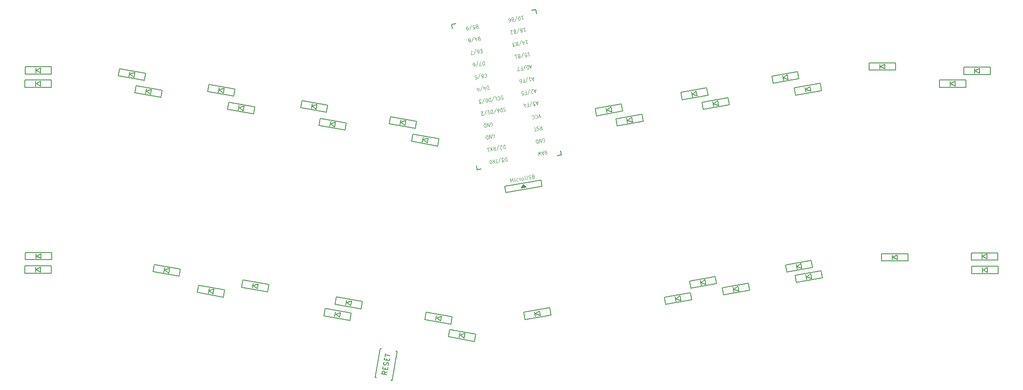
<source format=gbr>
%TF.GenerationSoftware,KiCad,Pcbnew,(5.1.6-0-10_14)*%
%TF.CreationDate,2023-03-04T09:30:32+09:00*%
%TF.ProjectId,C-13XPCB,432d3133-5850-4434-922e-6b696361645f,rev?*%
%TF.SameCoordinates,Original*%
%TF.FileFunction,Legend,Top*%
%TF.FilePolarity,Positive*%
%FSLAX46Y46*%
G04 Gerber Fmt 4.6, Leading zero omitted, Abs format (unit mm)*
G04 Created by KiCad (PCBNEW (5.1.6-0-10_14)) date 2023-03-04 09:30:32*
%MOMM*%
%LPD*%
G01*
G04 APERTURE LIST*
%ADD10C,0.150000*%
%ADD11C,0.120000*%
%ADD12C,0.125000*%
G04 APERTURE END LIST*
D10*
%TO.C,D20*%
X136138745Y-18077456D02*
X136399217Y-16600244D01*
X130820783Y-17139756D02*
X136138745Y-18077456D01*
X131081255Y-15662544D02*
X130820783Y-17139756D01*
X136399217Y-16600244D02*
X131081255Y-15662544D01*
X133204420Y-16290772D02*
X133030772Y-17275580D01*
X134015580Y-17449228D02*
X133216077Y-16800541D01*
X134189228Y-16464420D02*
X134015580Y-17449228D01*
X133216077Y-16800541D02*
X134189228Y-16464420D01*
%TO.C,D1*%
X46450000Y37340000D02*
X47350000Y37840000D01*
X47350000Y37840000D02*
X47350000Y36840000D01*
X47350000Y36840000D02*
X46450000Y37340000D01*
X46350000Y37840000D02*
X46350000Y36840000D01*
X49550000Y38090000D02*
X44150000Y38090000D01*
X44150000Y38090000D02*
X44150000Y36590000D01*
X44150000Y36590000D02*
X49550000Y36590000D01*
X49550000Y36590000D02*
X49550000Y38090000D01*
%TO.C,D2*%
X49540000Y33850000D02*
X49540000Y35350000D01*
X44140000Y33850000D02*
X49540000Y33850000D01*
X44140000Y35350000D02*
X44140000Y33850000D01*
X49540000Y35350000D02*
X44140000Y35350000D01*
X46340000Y35100000D02*
X46340000Y34100000D01*
X47340000Y34100000D02*
X46440000Y34600000D01*
X47340000Y35100000D02*
X47340000Y34100000D01*
X46440000Y34600000D02*
X47340000Y35100000D01*
%TO.C,D3*%
X49610000Y-1390000D02*
X49610000Y110000D01*
X44210000Y-1390000D02*
X49610000Y-1390000D01*
X44210000Y110000D02*
X44210000Y-1390000D01*
X49610000Y110000D02*
X44210000Y110000D01*
X46410000Y-140000D02*
X46410000Y-1140000D01*
X47410000Y-1140000D02*
X46510000Y-640000D01*
X47410000Y-140000D02*
X47410000Y-1140000D01*
X46510000Y-640000D02*
X47410000Y-140000D01*
%TO.C,D4*%
X49480000Y-4140000D02*
X49480000Y-2640000D01*
X44080000Y-4140000D02*
X49480000Y-4140000D01*
X44080000Y-2640000D02*
X44080000Y-4140000D01*
X49480000Y-2640000D02*
X44080000Y-2640000D01*
X46280000Y-2890000D02*
X46280000Y-3890000D01*
X47280000Y-3890000D02*
X46380000Y-3390000D01*
X47280000Y-2890000D02*
X47280000Y-3890000D01*
X46380000Y-3390000D02*
X47280000Y-2890000D01*
%TO.C,D5*%
X68538745Y35292544D02*
X68799217Y36769756D01*
X63220783Y36230244D02*
X68538745Y35292544D01*
X63481255Y37707456D02*
X63220783Y36230244D01*
X68799217Y36769756D02*
X63481255Y37707456D01*
X65604420Y37079228D02*
X65430772Y36094420D01*
X66415580Y35920772D02*
X65616077Y36569459D01*
X66589228Y36905580D02*
X66415580Y35920772D01*
X65616077Y36569459D02*
X66589228Y36905580D01*
%TO.C,D6*%
X71928745Y31802544D02*
X72189217Y33279756D01*
X66610783Y32740244D02*
X71928745Y31802544D01*
X66871255Y34217456D02*
X66610783Y32740244D01*
X72189217Y33279756D02*
X66871255Y34217456D01*
X68994420Y33589228D02*
X68820772Y32604420D01*
X69805580Y32430772D02*
X69006077Y33079459D01*
X69979228Y33415580D02*
X69805580Y32430772D01*
X69006077Y33079459D02*
X69979228Y33415580D01*
%TO.C,D7*%
X75678745Y-4767456D02*
X75939217Y-3290244D01*
X70360783Y-3829756D02*
X75678745Y-4767456D01*
X70621255Y-2352544D02*
X70360783Y-3829756D01*
X75939217Y-3290244D02*
X70621255Y-2352544D01*
X72744420Y-2980772D02*
X72570772Y-3965580D01*
X73555580Y-4139228D02*
X72756077Y-3490541D01*
X73729228Y-3154420D02*
X73555580Y-4139228D01*
X72756077Y-3490541D02*
X73729228Y-3154420D01*
%TO.C,D8*%
X84758745Y-9017456D02*
X85019217Y-7540244D01*
X79440783Y-8079756D02*
X84758745Y-9017456D01*
X79701255Y-6602544D02*
X79440783Y-8079756D01*
X85019217Y-7540244D02*
X79701255Y-6602544D01*
X81824420Y-7230772D02*
X81650772Y-8215580D01*
X82635580Y-8389228D02*
X81836077Y-7740541D01*
X82809228Y-7404420D02*
X82635580Y-8389228D01*
X81836077Y-7740541D02*
X82809228Y-7404420D01*
%TO.C,D9*%
X86828745Y32062544D02*
X87089217Y33539756D01*
X81510783Y33000244D02*
X86828745Y32062544D01*
X81771255Y34477456D02*
X81510783Y33000244D01*
X87089217Y33539756D02*
X81771255Y34477456D01*
X83894420Y33849228D02*
X83720772Y32864420D01*
X84705580Y32690772D02*
X83906077Y33339459D01*
X84879228Y33675580D02*
X84705580Y32690772D01*
X83906077Y33339459D02*
X84879228Y33675580D01*
%TO.C,D10*%
X90928745Y28422544D02*
X91189217Y29899756D01*
X85610783Y29360244D02*
X90928745Y28422544D01*
X85871255Y30837456D02*
X85610783Y29360244D01*
X91189217Y29899756D02*
X85871255Y30837456D01*
X87994420Y30209228D02*
X87820772Y29224420D01*
X88805580Y29050772D02*
X88006077Y29699459D01*
X88979228Y30035580D02*
X88805580Y29050772D01*
X88006077Y29699459D02*
X88979228Y30035580D01*
%TO.C,D11*%
X93788745Y-7937456D02*
X94049217Y-6460244D01*
X88470783Y-6999756D02*
X93788745Y-7937456D01*
X88731255Y-5522544D02*
X88470783Y-6999756D01*
X94049217Y-6460244D02*
X88731255Y-5522544D01*
X90854420Y-6150772D02*
X90680772Y-7135580D01*
X91665580Y-7309228D02*
X90866077Y-6660541D01*
X91839228Y-6324420D02*
X91665580Y-7309228D01*
X90866077Y-6660541D02*
X91839228Y-6324420D01*
%TO.C,D13*%
X105848745Y28772544D02*
X106109217Y30249756D01*
X100530783Y29710244D02*
X105848745Y28772544D01*
X100791255Y31187456D02*
X100530783Y29710244D01*
X106109217Y30249756D02*
X100791255Y31187456D01*
X102914420Y30559228D02*
X102740772Y29574420D01*
X103725580Y29400772D02*
X102926077Y30049459D01*
X103899228Y30385580D02*
X103725580Y29400772D01*
X102926077Y30049459D02*
X103899228Y30385580D01*
%TO.C,D14*%
X109648745Y25112544D02*
X109909217Y26589756D01*
X104330783Y26050244D02*
X109648745Y25112544D01*
X104591255Y27527456D02*
X104330783Y26050244D01*
X109909217Y26589756D02*
X104591255Y27527456D01*
X106714420Y26899228D02*
X106540772Y25914420D01*
X107525580Y25740772D02*
X106726077Y26389459D01*
X107699228Y26725580D02*
X107525580Y25740772D01*
X106726077Y26389459D02*
X107699228Y26725580D01*
%TO.C,D15*%
X112908745Y-11397456D02*
X113169217Y-9920244D01*
X107590783Y-10459756D02*
X112908745Y-11397456D01*
X107851255Y-8982544D02*
X107590783Y-10459756D01*
X113169217Y-9920244D02*
X107851255Y-8982544D01*
X109974420Y-9610772D02*
X109800772Y-10595580D01*
X110785580Y-10769228D02*
X109986077Y-10120541D01*
X110959228Y-9784420D02*
X110785580Y-10769228D01*
X109986077Y-10120541D02*
X110959228Y-9784420D01*
%TO.C,D16*%
X110658745Y-13787456D02*
X110919217Y-12310244D01*
X105340783Y-12849756D02*
X110658745Y-13787456D01*
X105601255Y-11372544D02*
X105340783Y-12849756D01*
X110919217Y-12310244D02*
X105601255Y-11372544D01*
X107724420Y-12000772D02*
X107550772Y-12985580D01*
X108535580Y-13159228D02*
X107736077Y-12510541D01*
X108709228Y-12174420D02*
X108535580Y-13159228D01*
X107736077Y-12510541D02*
X108709228Y-12174420D01*
%TO.C,D17*%
X124008745Y25482544D02*
X124269217Y26959756D01*
X118690783Y26420244D02*
X124008745Y25482544D01*
X118951255Y27897456D02*
X118690783Y26420244D01*
X124269217Y26959756D02*
X118951255Y27897456D01*
X121074420Y27269228D02*
X120900772Y26284420D01*
X121885580Y26110772D02*
X121086077Y26759459D01*
X122059228Y27095580D02*
X121885580Y26110772D01*
X121086077Y26759459D02*
X122059228Y27095580D01*
%TO.C,D18*%
X128568745Y21882544D02*
X128829217Y23359756D01*
X123250783Y22820244D02*
X128568745Y21882544D01*
X123511255Y24297456D02*
X123250783Y22820244D01*
X128829217Y23359756D02*
X123511255Y24297456D01*
X125634420Y23669228D02*
X125460772Y22684420D01*
X126445580Y22510772D02*
X125646077Y23159459D01*
X126619228Y23495580D02*
X126445580Y22510772D01*
X125646077Y23159459D02*
X126619228Y23495580D01*
%TO.C,D19*%
X131308745Y-14547456D02*
X131569217Y-13070244D01*
X125990783Y-13609756D02*
X131308745Y-14547456D01*
X126251255Y-12132544D02*
X125990783Y-13609756D01*
X131569217Y-13070244D02*
X126251255Y-12132544D01*
X128374420Y-12760772D02*
X128200772Y-13745580D01*
X129185580Y-13919228D02*
X128386077Y-13270541D01*
X129359228Y-12934420D02*
X129185580Y-13919228D01*
X128386077Y-13270541D02*
X129359228Y-12934420D01*
%TO.C,D21*%
X166439217Y29000244D02*
X166178745Y30477456D01*
X161121255Y28062544D02*
X166439217Y29000244D01*
X160860783Y29539756D02*
X161121255Y28062544D01*
X166178745Y30477456D02*
X160860783Y29539756D01*
X163070772Y29675580D02*
X163244420Y28690772D01*
X164229228Y28864420D02*
X163256077Y29200541D01*
X164055580Y29849228D02*
X164229228Y28864420D01*
X163256077Y29200541D02*
X164055580Y29849228D01*
%TO.C,D22*%
X167486077Y27110541D02*
X168285580Y27759228D01*
X168285580Y27759228D02*
X168459228Y26774420D01*
X168459228Y26774420D02*
X167486077Y27110541D01*
X167300772Y27585580D02*
X167474420Y26600772D01*
X170408745Y28387456D02*
X165090783Y27449756D01*
X165090783Y27449756D02*
X165351255Y25972544D01*
X165351255Y25972544D02*
X170669217Y26910244D01*
X170669217Y26910244D02*
X170408745Y28387456D01*
%TO.C,D23*%
X148616077Y-12459459D02*
X149415580Y-11810772D01*
X149415580Y-11810772D02*
X149589228Y-12795580D01*
X149589228Y-12795580D02*
X148616077Y-12459459D01*
X148430772Y-11984420D02*
X148604420Y-12969228D01*
X151538745Y-11182544D02*
X146220783Y-12120244D01*
X146220783Y-12120244D02*
X146481255Y-13597456D01*
X146481255Y-13597456D02*
X151799217Y-12659756D01*
X151799217Y-12659756D02*
X151538745Y-11182544D01*
%TO.C,D24*%
X177376077Y-9399459D02*
X178175580Y-8750772D01*
X178175580Y-8750772D02*
X178349228Y-9735580D01*
X178349228Y-9735580D02*
X177376077Y-9399459D01*
X177190772Y-8924420D02*
X177364420Y-9909228D01*
X180298745Y-8122544D02*
X174980783Y-9060244D01*
X174980783Y-9060244D02*
X175241255Y-10537456D01*
X175241255Y-10537456D02*
X180559217Y-9599756D01*
X180559217Y-9599756D02*
X180298745Y-8122544D01*
%TO.C,D25*%
X180746077Y32470541D02*
X181545580Y33119228D01*
X181545580Y33119228D02*
X181719228Y32134420D01*
X181719228Y32134420D02*
X180746077Y32470541D01*
X180560772Y32945580D02*
X180734420Y31960772D01*
X183668745Y33747456D02*
X178350783Y32809756D01*
X178350783Y32809756D02*
X178611255Y31332544D01*
X178611255Y31332544D02*
X183929217Y32270244D01*
X183929217Y32270244D02*
X183668745Y33747456D01*
%TO.C,D26*%
X185096077Y30500541D02*
X185895580Y31149228D01*
X185895580Y31149228D02*
X186069228Y30164420D01*
X186069228Y30164420D02*
X185096077Y30500541D01*
X184910772Y30975580D02*
X185084420Y29990772D01*
X188018745Y31777456D02*
X182700783Y30839756D01*
X182700783Y30839756D02*
X182961255Y29362544D01*
X182961255Y29362544D02*
X188279217Y30300244D01*
X188279217Y30300244D02*
X188018745Y31777456D01*
%TO.C,D27*%
X182516077Y-6079459D02*
X183315580Y-5430772D01*
X183315580Y-5430772D02*
X183489228Y-6415580D01*
X183489228Y-6415580D02*
X182516077Y-6079459D01*
X182330772Y-5604420D02*
X182504420Y-6589228D01*
X185438745Y-4802544D02*
X180120783Y-5740244D01*
X180120783Y-5740244D02*
X180381255Y-7217456D01*
X180381255Y-7217456D02*
X185699217Y-6279756D01*
X185699217Y-6279756D02*
X185438745Y-4802544D01*
%TO.C,D28*%
X189246077Y-7419459D02*
X190045580Y-6770772D01*
X190045580Y-6770772D02*
X190219228Y-7755580D01*
X190219228Y-7755580D02*
X189246077Y-7419459D01*
X189060772Y-6944420D02*
X189234420Y-7929228D01*
X192168745Y-6142544D02*
X186850783Y-7080244D01*
X186850783Y-7080244D02*
X187111255Y-8557456D01*
X187111255Y-8557456D02*
X192429217Y-7619756D01*
X192429217Y-7619756D02*
X192168745Y-6142544D01*
%TO.C,D29*%
X199366077Y35840541D02*
X200165580Y36489228D01*
X200165580Y36489228D02*
X200339228Y35504420D01*
X200339228Y35504420D02*
X199366077Y35840541D01*
X199180772Y36315580D02*
X199354420Y35330772D01*
X202288745Y37117456D02*
X196970783Y36179756D01*
X196970783Y36179756D02*
X197231255Y34702544D01*
X197231255Y34702544D02*
X202549217Y35640244D01*
X202549217Y35640244D02*
X202288745Y37117456D01*
%TO.C,D30*%
X203976077Y33430541D02*
X204775580Y34079228D01*
X204775580Y34079228D02*
X204949228Y33094420D01*
X204949228Y33094420D02*
X203976077Y33430541D01*
X203790772Y33905580D02*
X203964420Y32920772D01*
X206898745Y34707456D02*
X201580783Y33769756D01*
X201580783Y33769756D02*
X201841255Y32292544D01*
X201841255Y32292544D02*
X207159217Y33230244D01*
X207159217Y33230244D02*
X206898745Y34707456D01*
%TO.C,D31*%
X202156077Y-2759459D02*
X202955580Y-2110772D01*
X202955580Y-2110772D02*
X203129228Y-3095580D01*
X203129228Y-3095580D02*
X202156077Y-2759459D01*
X201970772Y-2284420D02*
X202144420Y-3269228D01*
X205078745Y-1482544D02*
X199760783Y-2420244D01*
X199760783Y-2420244D02*
X200021255Y-3897456D01*
X200021255Y-3897456D02*
X205339217Y-2959756D01*
X205339217Y-2959756D02*
X205078745Y-1482544D01*
%TO.C,D32*%
X204156077Y-4879459D02*
X204955580Y-4230772D01*
X204955580Y-4230772D02*
X205129228Y-5215580D01*
X205129228Y-5215580D02*
X204156077Y-4879459D01*
X203970772Y-4404420D02*
X204144420Y-5389228D01*
X207078745Y-3602544D02*
X201760783Y-4540244D01*
X201760783Y-4540244D02*
X202021255Y-6017456D01*
X202021255Y-6017456D02*
X207339217Y-5079756D01*
X207339217Y-5079756D02*
X207078745Y-3602544D01*
%TO.C,D33*%
X219220000Y38140000D02*
X220120000Y38640000D01*
X220120000Y38640000D02*
X220120000Y37640000D01*
X220120000Y37640000D02*
X219220000Y38140000D01*
X219120000Y38640000D02*
X219120000Y37640000D01*
X222320000Y38890000D02*
X216920000Y38890000D01*
X216920000Y38890000D02*
X216920000Y37390000D01*
X216920000Y37390000D02*
X222320000Y37390000D01*
X222320000Y37390000D02*
X222320000Y38890000D01*
%TO.C,D34*%
X233610000Y34630000D02*
X234510000Y35130000D01*
X234510000Y35130000D02*
X234510000Y34130000D01*
X234510000Y34130000D02*
X233610000Y34630000D01*
X233510000Y35130000D02*
X233510000Y34130000D01*
X236710000Y35380000D02*
X231310000Y35380000D01*
X231310000Y35380000D02*
X231310000Y33880000D01*
X231310000Y33880000D02*
X236710000Y33880000D01*
X236710000Y33880000D02*
X236710000Y35380000D01*
%TO.C,D35*%
X221730000Y-880000D02*
X222630000Y-380000D01*
X222630000Y-380000D02*
X222630000Y-1380000D01*
X222630000Y-1380000D02*
X221730000Y-880000D01*
X221630000Y-380000D02*
X221630000Y-1380000D01*
X224830000Y-130000D02*
X219430000Y-130000D01*
X219430000Y-130000D02*
X219430000Y-1630000D01*
X219430000Y-1630000D02*
X224830000Y-1630000D01*
X224830000Y-1630000D02*
X224830000Y-130000D01*
%TO.C,D37*%
X238620000Y37240000D02*
X239520000Y37740000D01*
X239520000Y37740000D02*
X239520000Y36740000D01*
X239520000Y36740000D02*
X238620000Y37240000D01*
X238520000Y37740000D02*
X238520000Y36740000D01*
X241720000Y37990000D02*
X236320000Y37990000D01*
X236320000Y37990000D02*
X236320000Y36490000D01*
X236320000Y36490000D02*
X241720000Y36490000D01*
X241720000Y36490000D02*
X241720000Y37990000D01*
%TO.C,D39*%
X240120000Y-710000D02*
X241020000Y-210000D01*
X241020000Y-210000D02*
X241020000Y-1210000D01*
X241020000Y-1210000D02*
X240120000Y-710000D01*
X240020000Y-210000D02*
X240020000Y-1210000D01*
X243220000Y40000D02*
X237820000Y40000D01*
X237820000Y40000D02*
X237820000Y-1460000D01*
X237820000Y-1460000D02*
X243220000Y-1460000D01*
X243220000Y-1460000D02*
X243220000Y40000D01*
%TO.C,D40*%
X240230000Y-3470000D02*
X241130000Y-2970000D01*
X241130000Y-2970000D02*
X241130000Y-3970000D01*
X241130000Y-3970000D02*
X240230000Y-3470000D01*
X240130000Y-2970000D02*
X240130000Y-3970000D01*
X243330000Y-2720000D02*
X237930000Y-2720000D01*
X237930000Y-2720000D02*
X237930000Y-4220000D01*
X237930000Y-4220000D02*
X243330000Y-4220000D01*
X243330000Y-4220000D02*
X243330000Y-2720000D01*
%TO.C,SW41*%
X119272469Y-26048308D02*
X120314358Y-20139461D01*
X120314358Y-20139461D02*
X120068156Y-20096049D01*
X119272469Y-26048308D02*
X119026267Y-26004896D01*
X115825642Y-25440539D02*
X116071844Y-25483951D01*
X115825642Y-25440539D02*
X116867531Y-19531692D01*
X116867531Y-19531692D02*
X117113733Y-19575104D01*
%TO.C,U1*%
X131437669Y46748772D02*
X132284603Y46898109D01*
X148671804Y49787615D02*
X147834718Y49640014D01*
X131585270Y45911685D02*
X131437669Y46748772D01*
X148828088Y48901288D02*
X148671804Y49787615D01*
X136681844Y17007577D02*
X137469690Y17146496D01*
X153915979Y20046421D02*
X153078893Y19898820D01*
X136681844Y17007577D02*
X136534243Y17844664D01*
X153915979Y20046421D02*
X153768378Y20883507D01*
X149964370Y13663256D02*
X149738628Y14943506D01*
X149738628Y14943506D02*
X142352570Y13641145D01*
X142352570Y13641145D02*
X142578312Y12360895D01*
X142578312Y12360895D02*
X149964370Y13663256D01*
X146702968Y13443582D02*
X145718161Y13269934D01*
X145718161Y13269934D02*
X146097693Y13996883D01*
X146097693Y13996883D02*
X146702968Y13443582D01*
X146529200Y13565256D02*
X145839835Y13443703D01*
X146404672Y13695613D02*
X145912268Y13608789D01*
X146280144Y13825969D02*
X145984702Y13773875D01*
%TO.C,SW41*%
X118263304Y-24298871D02*
X117736466Y-24544450D01*
X118164077Y-24861618D02*
X117179269Y-24687970D01*
X117245421Y-24312805D01*
X117308854Y-24227283D01*
X117364019Y-24188656D01*
X117466079Y-24158298D01*
X117606766Y-24183105D01*
X117692288Y-24246539D01*
X117730915Y-24301703D01*
X117761273Y-24403763D01*
X117695121Y-24778928D01*
X117821873Y-23785852D02*
X117879756Y-23457582D01*
X118420415Y-23407854D02*
X118337725Y-23876810D01*
X117352917Y-23703162D01*
X117435607Y-23234206D01*
X118439671Y-23024420D02*
X118511373Y-22892002D01*
X118552718Y-22657524D01*
X118522360Y-22555464D01*
X118483734Y-22500300D01*
X118398212Y-22436866D01*
X118304420Y-22420328D01*
X118202360Y-22450686D01*
X118147196Y-22489313D01*
X118083762Y-22574835D01*
X118003791Y-22754148D01*
X117940357Y-22839671D01*
X117885192Y-22878297D01*
X117783132Y-22908655D01*
X117689341Y-22892117D01*
X117603819Y-22828683D01*
X117565192Y-22773519D01*
X117534834Y-22671459D01*
X117576179Y-22436981D01*
X117647882Y-22304563D01*
X118144363Y-21956923D02*
X118202246Y-21628654D01*
X118742904Y-21578925D02*
X118660215Y-22047882D01*
X117675407Y-21874233D01*
X117758096Y-21405277D01*
X117807710Y-21123904D02*
X117906938Y-20561156D01*
X118842132Y-21016178D02*
X117857324Y-20842530D01*
%TO.C,U1*%
D11*
X143579527Y14477625D02*
X143449291Y15216231D01*
X143788519Y14732068D01*
X143941695Y15303055D01*
X144071931Y14564450D01*
X144423648Y14626467D02*
X144336824Y15118871D01*
X144293412Y15365073D02*
X144264442Y15323699D01*
X144305815Y15294729D01*
X144334785Y15336103D01*
X144293412Y15365073D01*
X144305815Y15294729D01*
X145085709Y14779471D02*
X145021567Y14731896D01*
X144880880Y14707089D01*
X144804335Y14729857D01*
X144762962Y14758827D01*
X144715386Y14822969D01*
X144678176Y15033999D01*
X144700944Y15110544D01*
X144729914Y15151918D01*
X144794056Y15199493D01*
X144934743Y15224300D01*
X145011288Y15201532D01*
X145408456Y14800115D02*
X145321632Y15292519D01*
X145346438Y15151832D02*
X145369207Y15228377D01*
X145398177Y15269751D01*
X145462318Y15317326D01*
X145532662Y15329729D01*
X145971203Y14899342D02*
X145894658Y14922111D01*
X145853284Y14951081D01*
X145805709Y15015222D01*
X145768499Y15226253D01*
X145791267Y15302798D01*
X145820237Y15344171D01*
X145884379Y15391746D01*
X145989894Y15410351D01*
X146066439Y15387583D01*
X146107813Y15358613D01*
X146155388Y15294472D01*
X146192598Y15083441D01*
X146169830Y15006896D01*
X146140860Y14965523D01*
X146076718Y14917948D01*
X145971203Y14899342D01*
X146403714Y15737176D02*
X146509143Y15139257D01*
X146556719Y15075115D01*
X146598092Y15046145D01*
X146674637Y15023377D01*
X146815324Y15048184D01*
X146879466Y15095759D01*
X146908436Y15137132D01*
X146931204Y15213677D01*
X146825775Y15811596D01*
X147266354Y15163978D02*
X147378071Y15147411D01*
X147553930Y15178420D01*
X147618071Y15225995D01*
X147647041Y15267368D01*
X147669810Y15343914D01*
X147657406Y15414257D01*
X147609831Y15478399D01*
X147568458Y15507369D01*
X147491913Y15530137D01*
X147345024Y15540502D01*
X147268479Y15563270D01*
X147227105Y15592240D01*
X147179530Y15656382D01*
X147167127Y15726725D01*
X147189895Y15803270D01*
X147218865Y15844644D01*
X147283007Y15892219D01*
X147458865Y15923227D01*
X147570582Y15906661D01*
X148189145Y15689343D02*
X148300862Y15672776D01*
X148342235Y15643807D01*
X148389810Y15579665D01*
X148408415Y15474150D01*
X148385647Y15397605D01*
X148356677Y15356231D01*
X148292536Y15308656D01*
X148011162Y15259042D01*
X147880926Y15997648D01*
X148127128Y16041060D01*
X148203673Y16018292D01*
X148245046Y15989322D01*
X148292621Y15925180D01*
X148305025Y15854837D01*
X148282257Y15778292D01*
X148253287Y15736918D01*
X148189145Y15689343D01*
X147942943Y15645931D01*
X143579527Y14477625D02*
X143449291Y15216231D01*
X143788519Y14732068D01*
X143941695Y15303055D01*
X144071931Y14564450D01*
X144423648Y14626467D02*
X144336824Y15118871D01*
X144293412Y15365073D02*
X144264442Y15323699D01*
X144305815Y15294729D01*
X144334785Y15336103D01*
X144293412Y15365073D01*
X144305815Y15294729D01*
X145085709Y14779471D02*
X145021567Y14731896D01*
X144880880Y14707089D01*
X144804335Y14729857D01*
X144762962Y14758827D01*
X144715386Y14822969D01*
X144678176Y15033999D01*
X144700944Y15110544D01*
X144729914Y15151918D01*
X144794056Y15199493D01*
X144934743Y15224300D01*
X145011288Y15201532D01*
X145408456Y14800115D02*
X145321632Y15292519D01*
X145346438Y15151832D02*
X145369207Y15228377D01*
X145398177Y15269751D01*
X145462318Y15317326D01*
X145532662Y15329729D01*
X145971203Y14899342D02*
X145894658Y14922111D01*
X145853284Y14951081D01*
X145805709Y15015222D01*
X145768499Y15226253D01*
X145791267Y15302798D01*
X145820237Y15344171D01*
X145884379Y15391746D01*
X145989894Y15410351D01*
X146066439Y15387583D01*
X146107813Y15358613D01*
X146155388Y15294472D01*
X146192598Y15083441D01*
X146169830Y15006896D01*
X146140860Y14965523D01*
X146076718Y14917948D01*
X145971203Y14899342D01*
X146403714Y15737176D02*
X146509143Y15139257D01*
X146556719Y15075115D01*
X146598092Y15046145D01*
X146674637Y15023377D01*
X146815324Y15048184D01*
X146879466Y15095759D01*
X146908436Y15137132D01*
X146931204Y15213677D01*
X146825775Y15811596D01*
X147266354Y15163978D02*
X147378071Y15147411D01*
X147553930Y15178420D01*
X147618071Y15225995D01*
X147647041Y15267368D01*
X147669810Y15343914D01*
X147657406Y15414257D01*
X147609831Y15478399D01*
X147568458Y15507369D01*
X147491913Y15530137D01*
X147345024Y15540502D01*
X147268479Y15563270D01*
X147227105Y15592240D01*
X147179530Y15656382D01*
X147167127Y15726725D01*
X147189895Y15803270D01*
X147218865Y15844644D01*
X147283007Y15892219D01*
X147458865Y15923227D01*
X147570582Y15906661D01*
X148189145Y15689343D02*
X148300862Y15672776D01*
X148342235Y15643807D01*
X148389810Y15579665D01*
X148408415Y15474150D01*
X148385647Y15397605D01*
X148356677Y15356231D01*
X148292536Y15308656D01*
X148011162Y15259042D01*
X147880926Y15997648D01*
X148127128Y16041060D01*
X148203673Y16018292D01*
X148245046Y15989322D01*
X148292621Y15925180D01*
X148305025Y15854837D01*
X148282257Y15778292D01*
X148253287Y15736918D01*
X148189145Y15689343D01*
X147942943Y15645931D01*
D12*
X137017273Y43819587D02*
X136916811Y43838138D01*
X136879189Y43867770D01*
X136835366Y43932573D01*
X136816760Y44038088D01*
X136835777Y44113971D01*
X136860995Y44154683D01*
X136917634Y44200936D01*
X137168994Y44245257D01*
X137299230Y43506651D01*
X137079290Y43467870D01*
X137010248Y43491961D01*
X136972626Y43521593D01*
X136928803Y43586396D01*
X136916399Y43656739D01*
X136935416Y43732623D01*
X136960634Y43773335D01*
X137017273Y43819587D01*
X137237213Y43858368D01*
X136313217Y43586647D02*
X136226393Y44079051D01*
X136519931Y43332975D02*
X136584005Y43888251D01*
X136175544Y43816228D01*
X135545909Y43161228D02*
X135944023Y44210588D01*
X135169691Y43457543D02*
X135238733Y43433452D01*
X135276355Y43403820D01*
X135320178Y43339017D01*
X135326380Y43303846D01*
X135307363Y43227962D01*
X135282145Y43187250D01*
X135225507Y43140998D01*
X135099826Y43118837D01*
X135030785Y43142928D01*
X134993163Y43172560D01*
X134949339Y43237363D01*
X134943138Y43272535D01*
X134962154Y43348418D01*
X134987373Y43389130D01*
X135044011Y43435382D01*
X135169691Y43457543D01*
X135226330Y43503795D01*
X135251548Y43544507D01*
X135270564Y43620391D01*
X135245758Y43761078D01*
X135201934Y43825881D01*
X135164312Y43855512D01*
X135095270Y43879604D01*
X134969590Y43857443D01*
X134912952Y43811191D01*
X134887734Y43770479D01*
X134868717Y43694595D01*
X134893524Y43553908D01*
X134937347Y43489105D01*
X134974969Y43459474D01*
X135044011Y43435382D01*
X142296563Y22099202D02*
X142426800Y21360597D01*
X142269699Y21332895D01*
X142169237Y21351447D01*
X142093994Y21410710D01*
X142050170Y21475513D01*
X141993943Y21610659D01*
X141975338Y21716175D01*
X141981951Y21862402D01*
X142000968Y21938285D01*
X142051405Y22019709D01*
X142139463Y22071501D01*
X142296563Y22099202D01*
X141785995Y21320136D02*
X141760777Y21279424D01*
X141704138Y21233172D01*
X141547038Y21205471D01*
X141477996Y21229562D01*
X141440374Y21259194D01*
X141396551Y21323997D01*
X141384147Y21394340D01*
X141396962Y21505396D01*
X141699582Y21993938D01*
X141291122Y21921916D01*
X140673478Y21015173D02*
X141071593Y22064533D01*
X139940059Y21683687D02*
X140222017Y21370751D01*
X140317100Y21750169D02*
X140447336Y21011564D01*
X140195975Y20967242D01*
X140126934Y20991333D01*
X140089312Y21020965D01*
X140045488Y21085768D01*
X140026883Y21191283D01*
X140045900Y21267167D01*
X140071118Y21307879D01*
X140127757Y21354131D01*
X140379117Y21398452D01*
X139850355Y20906300D02*
X139280238Y21567343D01*
X139410474Y20828737D02*
X139720119Y21644906D01*
X138683257Y21462079D02*
X139060298Y21528561D01*
X138871777Y21495320D02*
X139002013Y20756714D01*
X139046248Y20873310D01*
X139096685Y20954734D01*
X139153323Y21000986D01*
X136583153Y46281606D02*
X136482691Y46300157D01*
X136445069Y46329789D01*
X136401246Y46394592D01*
X136382640Y46500107D01*
X136401657Y46575990D01*
X136426875Y46616702D01*
X136483514Y46662955D01*
X136734874Y46707276D01*
X136865110Y45968670D01*
X136645170Y45929889D01*
X136576128Y45953980D01*
X136538506Y45983612D01*
X136494683Y46048415D01*
X136482279Y46118758D01*
X136501296Y46194642D01*
X136526514Y46235354D01*
X136583153Y46281606D01*
X136803093Y46320387D01*
X135891089Y45796924D02*
X136205289Y45852326D01*
X136174692Y46209583D01*
X136149474Y46168871D01*
X136092835Y46122619D01*
X135935735Y46094918D01*
X135866693Y46119010D01*
X135829071Y46148641D01*
X135785248Y46213444D01*
X135754239Y46389303D01*
X135773256Y46465186D01*
X135798474Y46505898D01*
X135855113Y46552150D01*
X136012213Y46579851D01*
X136081255Y46555760D01*
X136118877Y46526129D01*
X135111789Y45623247D02*
X135509903Y46672607D01*
X134723991Y46352703D02*
X134598310Y46330542D01*
X134541672Y46284290D01*
X134516454Y46243578D01*
X134472219Y46126983D01*
X134465606Y45980756D01*
X134515219Y45699382D01*
X134559043Y45634579D01*
X134596665Y45604947D01*
X134665706Y45580856D01*
X134791387Y45603017D01*
X134848025Y45649269D01*
X134873243Y45689981D01*
X134892260Y45765865D01*
X134861251Y45941723D01*
X134817428Y46006526D01*
X134779806Y46036158D01*
X134710764Y46060249D01*
X134585084Y46038088D01*
X134528446Y45991836D01*
X134503227Y45951124D01*
X134484211Y45875241D01*
X138132766Y36574652D02*
X138157984Y36615364D01*
X138246043Y36667157D01*
X138308883Y36678237D01*
X138409345Y36659686D01*
X138484588Y36600423D01*
X138528412Y36535620D01*
X138584639Y36400473D01*
X138603244Y36294958D01*
X138596631Y36148731D01*
X138577614Y36072847D01*
X138527177Y35991423D01*
X138439119Y35939631D01*
X138376279Y35928551D01*
X138275817Y35947102D01*
X138238195Y35976733D01*
X137685038Y35806666D02*
X137810718Y35828827D01*
X137867356Y35875079D01*
X137892575Y35915791D01*
X137936810Y36032387D01*
X137943423Y36178614D01*
X137893809Y36459987D01*
X137849985Y36524790D01*
X137812364Y36554422D01*
X137743322Y36578513D01*
X137617642Y36556352D01*
X137561003Y36510100D01*
X137535785Y36469388D01*
X137516768Y36393505D01*
X137547777Y36217646D01*
X137591600Y36152843D01*
X137629222Y36123212D01*
X137698264Y36099120D01*
X137823944Y36121281D01*
X137880583Y36167533D01*
X137905801Y36208245D01*
X137924818Y36284129D01*
X136874318Y35627449D02*
X137272432Y36676809D01*
X136333975Y35568437D02*
X136648176Y35623839D01*
X136617579Y35981097D01*
X136592360Y35940385D01*
X136535722Y35894133D01*
X136378622Y35866432D01*
X136309580Y35890523D01*
X136271958Y35920155D01*
X136228135Y35984958D01*
X136197126Y36160816D01*
X136216143Y36236700D01*
X136241361Y36277412D01*
X136297999Y36323664D01*
X136455100Y36351365D01*
X136524141Y36327274D01*
X136561763Y36297642D01*
X141899760Y32147236D02*
X141799298Y32165787D01*
X141642198Y32138086D01*
X141585560Y32091834D01*
X141560341Y32051122D01*
X141541325Y31975238D01*
X141553728Y31904895D01*
X141597552Y31840092D01*
X141635173Y31810460D01*
X141704215Y31786369D01*
X141836097Y31773358D01*
X141905139Y31749267D01*
X141942761Y31719635D01*
X141986584Y31654832D01*
X141998988Y31584489D01*
X141979971Y31508605D01*
X141954753Y31467893D01*
X141898114Y31421641D01*
X141741014Y31393940D01*
X141640552Y31412491D01*
X140869100Y31929237D02*
X140894318Y31969949D01*
X140982377Y32021742D01*
X141045217Y32032822D01*
X141145679Y32014271D01*
X141220922Y31955008D01*
X141264746Y31890205D01*
X141320973Y31755058D01*
X141339578Y31649543D01*
X141332965Y31503316D01*
X141313948Y31427432D01*
X141263512Y31346008D01*
X141175453Y31294216D01*
X141112613Y31283136D01*
X141012151Y31301687D01*
X140974529Y31331318D01*
X140259716Y31894317D02*
X140573916Y31949719D01*
X140704152Y31211113D01*
X139704912Y30998655D02*
X140103027Y32048015D01*
X139348534Y31733651D02*
X139478770Y30995045D01*
X139321670Y30967344D01*
X139221208Y30985895D01*
X139145964Y31045158D01*
X139102141Y31109961D01*
X139045914Y31245108D01*
X139027309Y31350623D01*
X139033922Y31496850D01*
X139052939Y31572734D01*
X139103375Y31654158D01*
X139191434Y31705950D01*
X139348534Y31733651D01*
X138693269Y30856540D02*
X138630429Y30845460D01*
X138561387Y30869551D01*
X138523765Y30899182D01*
X138479941Y30963986D01*
X138423715Y31099132D01*
X138392706Y31274991D01*
X138399319Y31421218D01*
X138418336Y31497101D01*
X138443554Y31537813D01*
X138500192Y31584065D01*
X138563033Y31595146D01*
X138632074Y31571055D01*
X138669696Y31541423D01*
X138713520Y31476620D01*
X138769747Y31341473D01*
X138800755Y31165615D01*
X138794142Y31019388D01*
X138775125Y30943504D01*
X138749907Y30902792D01*
X138693269Y30856540D01*
X137725449Y30649622D02*
X138123563Y31698982D01*
X137562147Y30657093D02*
X137153686Y30585070D01*
X137324013Y30905225D01*
X137229752Y30888605D01*
X137160711Y30912696D01*
X137123089Y30942327D01*
X137079265Y31007131D01*
X137048257Y31182989D01*
X137067273Y31258873D01*
X137092492Y31299585D01*
X137149130Y31345837D01*
X137337650Y31379078D01*
X137406692Y31354987D01*
X137444314Y31325355D01*
X142349590Y29687986D02*
X142249128Y29706537D01*
X142092028Y29678836D01*
X142035390Y29632584D01*
X142010171Y29591872D01*
X141991155Y29515988D01*
X142003558Y29445645D01*
X142047382Y29380842D01*
X142085004Y29351210D01*
X142154045Y29327119D01*
X142285927Y29314108D01*
X142354969Y29290017D01*
X142392591Y29260385D01*
X142436414Y29195582D01*
X142448818Y29125239D01*
X142429801Y29049355D01*
X142404583Y29008643D01*
X142347944Y28962391D01*
X142190844Y28934690D01*
X142090382Y28953241D01*
X141683567Y29606813D02*
X141813804Y28868208D01*
X141656703Y28840506D01*
X141556241Y28859058D01*
X141480998Y28918321D01*
X141437174Y28983124D01*
X141380947Y29118270D01*
X141362342Y29223786D01*
X141368955Y29370013D01*
X141387972Y29445896D01*
X141438409Y29527320D01*
X141526467Y29579112D01*
X141683567Y29606813D01*
X141092377Y29284979D02*
X140778176Y29229577D01*
X141118006Y29507090D02*
X141028302Y28729702D01*
X140678126Y29429527D01*
X140123322Y28533865D02*
X140521437Y29583225D01*
X139766944Y29268861D02*
X139897180Y28530255D01*
X139740080Y28502554D01*
X139639618Y28521105D01*
X139564374Y28580368D01*
X139520551Y28645171D01*
X139464324Y28780318D01*
X139445719Y28885833D01*
X139452332Y29032060D01*
X139471349Y29107944D01*
X139521785Y29189368D01*
X139609844Y29241160D01*
X139766944Y29268861D01*
X138761502Y29091574D02*
X139138543Y29158057D01*
X138950022Y29124816D02*
X139080259Y28386210D01*
X139124494Y28502805D01*
X139174930Y28584229D01*
X139231569Y28630481D01*
X138143859Y28184832D02*
X138541973Y29234192D01*
X137936733Y28257106D02*
X137911515Y28216394D01*
X137854876Y28170142D01*
X137697776Y28142441D01*
X137628734Y28166532D01*
X137591112Y28196164D01*
X137547289Y28260967D01*
X137534886Y28331310D01*
X137547700Y28442366D01*
X137850320Y28930908D01*
X137441860Y28858886D01*
X138940206Y34200218D02*
X139070442Y33461612D01*
X138913342Y33433911D01*
X138812880Y33452462D01*
X138737637Y33511725D01*
X138693813Y33576529D01*
X138637586Y33711675D01*
X138618981Y33817190D01*
X138625594Y33963417D01*
X138644611Y34039301D01*
X138695047Y34120725D01*
X138783106Y34172517D01*
X138940206Y34200218D01*
X138084429Y33541608D02*
X137997605Y34034012D01*
X138291143Y33287936D02*
X138355217Y33843212D01*
X137946756Y33771189D01*
X137317121Y33116189D02*
X137715235Y34165549D01*
X136764786Y33308920D02*
X136677962Y33801323D01*
X136971500Y33055247D02*
X137035575Y33610524D01*
X136627114Y33538501D01*
X142660816Y19574092D02*
X142791052Y18835486D01*
X142633952Y18807785D01*
X142533490Y18826336D01*
X142458247Y18885599D01*
X142414423Y18950402D01*
X142358196Y19085549D01*
X142339591Y19191064D01*
X142346204Y19337291D01*
X142365221Y19413175D01*
X142415658Y19494598D01*
X142503716Y19546391D01*
X142660816Y19574092D01*
X142194071Y18730222D02*
X141785611Y18658199D01*
X141955937Y18978355D01*
X141861677Y18961734D01*
X141792635Y18985825D01*
X141755013Y19015457D01*
X141711190Y19080260D01*
X141680181Y19256118D01*
X141699198Y19332002D01*
X141724416Y19372714D01*
X141781055Y19418966D01*
X141969575Y19452207D01*
X142038617Y19428116D01*
X142076239Y19398485D01*
X141037731Y18490063D02*
X141435845Y19539423D01*
X140905849Y18503074D02*
X140528808Y18436591D01*
X140587092Y19208438D02*
X140717329Y18469833D01*
X140371708Y18408890D02*
X139801591Y19069933D01*
X139931827Y18331327D02*
X140241472Y19147496D01*
X139554787Y18264845D02*
X139491946Y18253765D01*
X139422905Y18277856D01*
X139385283Y18307487D01*
X139341459Y18372291D01*
X139285232Y18507437D01*
X139254224Y18683296D01*
X139260837Y18829523D01*
X139279854Y18905406D01*
X139305072Y18946118D01*
X139361710Y18992370D01*
X139424550Y19003451D01*
X139493592Y18979360D01*
X139531214Y18949728D01*
X139575038Y18884925D01*
X139631264Y18749778D01*
X139662273Y18573920D01*
X139655660Y18427693D01*
X139636643Y18351809D01*
X139611425Y18311097D01*
X139554787Y18264845D01*
X139476288Y25953740D02*
X139545330Y25929649D01*
X139639590Y25946269D01*
X139727649Y25998061D01*
X139778086Y26079485D01*
X139797102Y26155369D01*
X139803715Y26301596D01*
X139785110Y26407111D01*
X139728883Y26542258D01*
X139685060Y26607061D01*
X139609816Y26666324D01*
X139509354Y26684875D01*
X139446514Y26673795D01*
X139358456Y26622002D01*
X139333237Y26581290D01*
X139376649Y26335088D01*
X139502330Y26357249D01*
X139038053Y26601772D02*
X139168290Y25863166D01*
X138661013Y26535289D01*
X138791249Y25796684D01*
X138346812Y26479887D02*
X138477048Y25741282D01*
X138319948Y25713581D01*
X138219486Y25732132D01*
X138144243Y25791395D01*
X138100419Y25856198D01*
X138044192Y25991345D01*
X138025587Y26096860D01*
X138032200Y26243087D01*
X138051217Y26318970D01*
X138101654Y26400394D01*
X138189712Y26452186D01*
X138346812Y26479887D01*
X139901726Y23540961D02*
X139970768Y23516870D01*
X140065028Y23533490D01*
X140153087Y23585282D01*
X140203524Y23666706D01*
X140222540Y23742590D01*
X140229153Y23888817D01*
X140210548Y23994332D01*
X140154321Y24129479D01*
X140110498Y24194282D01*
X140035254Y24253545D01*
X139934792Y24272096D01*
X139871952Y24261016D01*
X139783894Y24209223D01*
X139758675Y24168511D01*
X139802087Y23922309D01*
X139927768Y23944470D01*
X139463491Y24188993D02*
X139593728Y23450387D01*
X139086451Y24122510D01*
X139216687Y23383905D01*
X138772250Y24067108D02*
X138902486Y23328503D01*
X138745386Y23300802D01*
X138644924Y23319353D01*
X138569681Y23378616D01*
X138525857Y23443419D01*
X138469630Y23578566D01*
X138451025Y23684081D01*
X138457638Y23830308D01*
X138476655Y23906191D01*
X138527092Y23987615D01*
X138615150Y24039407D01*
X138772250Y24067108D01*
X138054600Y39222738D02*
X138184836Y38484132D01*
X138027736Y38456431D01*
X137927274Y38474982D01*
X137852031Y38534245D01*
X137808207Y38599049D01*
X137751980Y38734195D01*
X137733375Y38839710D01*
X137739988Y38985937D01*
X137759005Y39061821D01*
X137809441Y39143245D01*
X137897500Y39195037D01*
X138054600Y39222738D01*
X137587855Y38378868D02*
X137147974Y38301306D01*
X137300519Y39089773D01*
X136431515Y38138709D02*
X136829629Y39188069D01*
X135922592Y38085238D02*
X136048272Y38107398D01*
X136104911Y38153651D01*
X136130129Y38194362D01*
X136174364Y38310958D01*
X136180977Y38457185D01*
X136131364Y38738559D01*
X136087540Y38803362D01*
X136049918Y38832993D01*
X135980876Y38857085D01*
X135855196Y38834924D01*
X135798558Y38788672D01*
X135773340Y38747960D01*
X135754323Y38672076D01*
X135785332Y38496218D01*
X135829155Y38431415D01*
X135866777Y38401783D01*
X135935819Y38377692D01*
X136061499Y38399853D01*
X136118137Y38446105D01*
X136143356Y38486817D01*
X136162372Y38562700D01*
X137648596Y41341568D02*
X137428656Y41302787D01*
X137266177Y41673055D02*
X137580377Y41728457D01*
X137710613Y40989851D01*
X137396413Y40934449D01*
X136830852Y40834725D02*
X136956532Y40856886D01*
X137013170Y40903138D01*
X137038389Y40943850D01*
X137082624Y41060446D01*
X137089237Y41206673D01*
X137039623Y41488046D01*
X136995800Y41552850D01*
X136958178Y41582481D01*
X136889136Y41606572D01*
X136763456Y41584412D01*
X136706817Y41538160D01*
X136681599Y41497448D01*
X136662582Y41421564D01*
X136693591Y41245705D01*
X136737414Y41180902D01*
X136775036Y41151271D01*
X136844078Y41127179D01*
X136969758Y41149340D01*
X137026397Y41195592D01*
X137051615Y41236304D01*
X137070632Y41312188D01*
X136020132Y40655508D02*
X136418247Y41704868D01*
X135856830Y40662979D02*
X135416949Y40585416D01*
X135569494Y41373884D01*
X146073278Y45967637D02*
X146450319Y46034119D01*
X146261799Y46000878D02*
X146392035Y45262272D01*
X146436270Y45378868D01*
X146486706Y45460292D01*
X146543345Y45506544D01*
X145637953Y45129307D02*
X145763634Y45151468D01*
X145820272Y45197720D01*
X145845490Y45238432D01*
X145889725Y45355028D01*
X145896338Y45501255D01*
X145846725Y45782628D01*
X145802901Y45847432D01*
X145765279Y45877063D01*
X145696237Y45901154D01*
X145570557Y45878994D01*
X145513919Y45832742D01*
X145488701Y45792030D01*
X145469684Y45716146D01*
X145500693Y45540288D01*
X145544516Y45475484D01*
X145582138Y45445853D01*
X145651180Y45421762D01*
X145776860Y45443922D01*
X145833498Y45490174D01*
X145858717Y45530886D01*
X145877733Y45606770D01*
X144827234Y44950090D02*
X145225348Y45999450D01*
X144319134Y45259416D02*
X144218672Y45277967D01*
X144181050Y45307599D01*
X144137227Y45372402D01*
X144118621Y45477917D01*
X144137638Y45553801D01*
X144162856Y45594513D01*
X144219495Y45640765D01*
X144470855Y45685087D01*
X144601091Y44946481D01*
X144381151Y44907699D01*
X144312109Y44931791D01*
X144274487Y44961422D01*
X144230664Y45026225D01*
X144218260Y45096569D01*
X144237277Y45172452D01*
X144262495Y45213164D01*
X144319134Y45259416D01*
X144539074Y45298198D01*
X143960287Y44906020D02*
X143935068Y44865308D01*
X143878430Y44819056D01*
X143721330Y44791355D01*
X143652288Y44815446D01*
X143614666Y44845078D01*
X143570843Y44909881D01*
X143558439Y44980224D01*
X143571254Y45091280D01*
X143873874Y45579823D01*
X143465413Y45507800D01*
X145639157Y48429656D02*
X146016198Y48496138D01*
X145827678Y48462897D02*
X145957914Y47724291D01*
X146002149Y47840887D01*
X146052585Y47922311D01*
X146109224Y47968563D01*
X145360933Y47619027D02*
X145298092Y47607947D01*
X145229051Y47632038D01*
X145191429Y47661670D01*
X145147605Y47726473D01*
X145091378Y47861620D01*
X145060370Y48037478D01*
X145066983Y48183705D01*
X145086000Y48259589D01*
X145111218Y48300301D01*
X145167856Y48346553D01*
X145230696Y48357633D01*
X145299738Y48333542D01*
X145337360Y48303910D01*
X145381184Y48239107D01*
X145437410Y48103961D01*
X145468419Y47928102D01*
X145461806Y47781875D01*
X145442789Y47705991D01*
X145417571Y47665280D01*
X145360933Y47619027D01*
X144393113Y47412109D02*
X144791227Y48461469D01*
X143885013Y47721435D02*
X143784551Y47739986D01*
X143746929Y47769618D01*
X143703106Y47834421D01*
X143684500Y47939936D01*
X143703517Y48015820D01*
X143728735Y48056532D01*
X143785374Y48102784D01*
X144036734Y48147106D01*
X144166970Y47408500D01*
X143947030Y47369718D01*
X143877988Y47393810D01*
X143840366Y47423441D01*
X143796543Y47488244D01*
X143784139Y47558588D01*
X143803156Y47634471D01*
X143828374Y47675183D01*
X143885013Y47721435D01*
X144104953Y47760217D01*
X143224369Y47242294D02*
X143350049Y47264454D01*
X143406687Y47310707D01*
X143431906Y47351418D01*
X143476141Y47468014D01*
X143482754Y47614241D01*
X143433140Y47895615D01*
X143389317Y47960418D01*
X143351695Y47990049D01*
X143282653Y48014141D01*
X143156973Y47991980D01*
X143100334Y47945728D01*
X143075116Y47905016D01*
X143056099Y47829132D01*
X143087108Y47653274D01*
X143130931Y47588470D01*
X143168553Y47558839D01*
X143237595Y47534748D01*
X143363275Y47556908D01*
X143419914Y47603161D01*
X143445132Y47643873D01*
X143464149Y47719756D01*
X146516080Y43456377D02*
X146893121Y43522859D01*
X146704601Y43489618D02*
X146834837Y42751012D01*
X146879072Y42867608D01*
X146929508Y42949032D01*
X146986147Y42995284D01*
X146037343Y42864249D02*
X145950519Y43356653D01*
X146244057Y42610577D02*
X146308132Y43165853D01*
X145899671Y43093831D01*
X145270036Y42438830D02*
X145668150Y43488190D01*
X144761936Y42748156D02*
X144661474Y42766707D01*
X144623852Y42796339D01*
X144580029Y42861142D01*
X144561423Y42966657D01*
X144580440Y43042541D01*
X144605658Y43083253D01*
X144662297Y43129505D01*
X144913657Y43173827D01*
X145043893Y42435221D01*
X144823953Y42396439D01*
X144754911Y42420531D01*
X144717289Y42450162D01*
X144673466Y42514965D01*
X144661062Y42585309D01*
X144680079Y42661192D01*
X144705297Y42701904D01*
X144761936Y42748156D01*
X144981876Y42786938D01*
X144446912Y42329957D02*
X144038452Y42257934D01*
X144208778Y42578089D01*
X144114518Y42561469D01*
X144045476Y42585560D01*
X144007854Y42615191D01*
X143964031Y42679995D01*
X143933022Y42855853D01*
X143952039Y42931737D01*
X143977257Y42972449D01*
X144033896Y43018701D01*
X144222416Y43051942D01*
X144291458Y43027851D01*
X144329080Y42998219D01*
X146958883Y40945117D02*
X147335924Y41011599D01*
X147147404Y40978358D02*
X147277640Y40239752D01*
X147321875Y40356348D01*
X147372311Y40437772D01*
X147428950Y40484024D01*
X146492138Y40101247D02*
X146806339Y40156649D01*
X146775742Y40513907D01*
X146750523Y40473195D01*
X146693885Y40426943D01*
X146536785Y40399242D01*
X146467743Y40423333D01*
X146430121Y40452964D01*
X146386298Y40517768D01*
X146355289Y40693626D01*
X146374306Y40769510D01*
X146399524Y40810222D01*
X146456162Y40856474D01*
X146613263Y40884175D01*
X146682304Y40860083D01*
X146719926Y40830452D01*
X145712839Y39927570D02*
X146110953Y40976930D01*
X145204739Y40236896D02*
X145104277Y40255447D01*
X145066655Y40285079D01*
X145022832Y40349882D01*
X145004226Y40455397D01*
X145023243Y40531281D01*
X145048461Y40571993D01*
X145105100Y40618245D01*
X145356460Y40662567D01*
X145486696Y39923961D01*
X145266756Y39885179D01*
X145197714Y39909271D01*
X145160092Y39938902D01*
X145116269Y40003705D01*
X145103865Y40074049D01*
X145122882Y40149932D01*
X145148100Y40190644D01*
X145204739Y40236896D01*
X145424679Y40275678D01*
X144351018Y40485280D02*
X144728059Y40551762D01*
X144539539Y40518521D02*
X144669775Y39779915D01*
X144714010Y39896511D01*
X144764447Y39977935D01*
X144821085Y40024187D01*
X147737387Y38275459D02*
X147423186Y38220057D01*
X147763017Y38497569D02*
X147673313Y37720182D01*
X147323136Y38420006D01*
X147107752Y37620458D02*
X147044911Y37609378D01*
X146975870Y37633469D01*
X146938248Y37663101D01*
X146894424Y37727904D01*
X146838197Y37863051D01*
X146807189Y38038909D01*
X146813802Y38185136D01*
X146832819Y38261020D01*
X146858037Y38301732D01*
X146914675Y38347984D01*
X146977515Y38359064D01*
X147046557Y38334973D01*
X147084179Y38305341D01*
X147128003Y38240538D01*
X147184229Y38105392D01*
X147215238Y37929533D01*
X147208625Y37783306D01*
X147189608Y37707422D01*
X147164390Y37666710D01*
X147107752Y37620458D01*
X146139931Y37413540D02*
X146538046Y38462900D01*
X145631832Y37722866D02*
X145851772Y37761648D01*
X145783553Y38148536D02*
X145913789Y37409931D01*
X145599589Y37354529D01*
X145411068Y37321287D02*
X144971188Y37243725D01*
X145123732Y38032192D01*
X148180190Y35764200D02*
X147865989Y35708798D01*
X148205820Y35986310D02*
X148116116Y35208923D01*
X147765939Y35908747D01*
X147200378Y35809024D02*
X147577419Y35875506D01*
X147388898Y35842265D02*
X147519134Y35103659D01*
X147563369Y35220255D01*
X147613806Y35301679D01*
X147670444Y35347931D01*
X146582734Y34902281D02*
X146980849Y35951641D01*
X146074635Y35211607D02*
X146294575Y35250389D01*
X146226356Y35637277D02*
X146356592Y34898672D01*
X146042392Y34843270D01*
X145508251Y34749086D02*
X145633931Y34771247D01*
X145690569Y34817499D01*
X145715788Y34858211D01*
X145760023Y34974806D01*
X145766636Y35121034D01*
X145717022Y35402407D01*
X145673199Y35467210D01*
X145635577Y35496842D01*
X145566535Y35520933D01*
X145440855Y35498772D01*
X145384216Y35452520D01*
X145358998Y35411808D01*
X145339981Y35335925D01*
X145370990Y35160066D01*
X145414814Y35095263D01*
X145452435Y35065631D01*
X145521477Y35041540D01*
X145647157Y35063701D01*
X145703796Y35109953D01*
X145729014Y35150665D01*
X145748031Y35226549D01*
X148614310Y33302180D02*
X148300109Y33246778D01*
X148639940Y33524290D02*
X148550236Y32746903D01*
X148200059Y33446727D01*
X148129371Y32745224D02*
X148104153Y32704512D01*
X148047515Y32658260D01*
X147890414Y32630559D01*
X147821373Y32654650D01*
X147783751Y32684282D01*
X147739927Y32749085D01*
X147727524Y32819428D01*
X147740339Y32930483D01*
X148042959Y33419026D01*
X147634498Y33347004D01*
X147016854Y32440261D02*
X147414969Y33489621D01*
X146508755Y32749587D02*
X146728695Y32788369D01*
X146660476Y33175257D02*
X146790712Y32436652D01*
X146476512Y32381250D01*
X145910951Y32281526D02*
X146225151Y32336928D01*
X146194554Y32694185D01*
X146169336Y32653473D01*
X146112697Y32607221D01*
X145955597Y32579520D01*
X145886555Y32603611D01*
X145848934Y32633243D01*
X145805110Y32698046D01*
X145774101Y32873905D01*
X145793118Y32949788D01*
X145818336Y32990500D01*
X145874975Y33036752D01*
X146032075Y33064453D01*
X146101117Y33040362D01*
X146138739Y33010731D01*
X149048431Y30840161D02*
X148734230Y30784759D01*
X149074061Y31062271D02*
X148984357Y30284884D01*
X148634180Y30984708D01*
X148607316Y30218402D02*
X148198855Y30146379D01*
X148369182Y30466534D01*
X148274922Y30449913D01*
X148205880Y30474005D01*
X148168258Y30503636D01*
X148124434Y30568439D01*
X148093426Y30744298D01*
X148112443Y30820182D01*
X148137661Y30860893D01*
X148194299Y30907146D01*
X148382820Y30940387D01*
X148451861Y30916295D01*
X148489483Y30886664D01*
X147450975Y29978242D02*
X147849090Y31027602D01*
X146942876Y30287568D02*
X147162816Y30326350D01*
X147094597Y30713238D02*
X147224833Y29974633D01*
X146910633Y29919231D01*
X146333080Y30071249D02*
X146246256Y30563653D01*
X146539794Y29817576D02*
X146603868Y30372853D01*
X146195408Y30300830D01*
X149667051Y27663610D02*
X149316874Y28363434D01*
X149227170Y27586047D01*
X148512356Y28149045D02*
X148537575Y28189757D01*
X148625633Y28241549D01*
X148688473Y28252630D01*
X148788935Y28234079D01*
X148864179Y28174816D01*
X148908002Y28110013D01*
X148964229Y27974866D01*
X148982834Y27869351D01*
X148976221Y27723124D01*
X148957204Y27647240D01*
X148906768Y27565816D01*
X148818709Y27514024D01*
X148755869Y27502944D01*
X148655407Y27521495D01*
X148617786Y27551126D01*
X147852535Y28032701D02*
X147877753Y28073413D01*
X147965812Y28125205D01*
X148028652Y28136286D01*
X148129114Y28117735D01*
X148204357Y28058472D01*
X148248181Y27993668D01*
X148304408Y27858522D01*
X148323013Y27753007D01*
X148316400Y27606780D01*
X148297383Y27530896D01*
X148246947Y27449472D01*
X148158888Y27397680D01*
X148096048Y27386599D01*
X147995586Y27405150D01*
X147957964Y27434782D01*
X149443822Y25898023D02*
X149725779Y25585087D01*
X149820862Y25964505D02*
X149951099Y25225900D01*
X149699738Y25181578D01*
X149630696Y25205669D01*
X149593075Y25235301D01*
X149549251Y25300104D01*
X149530646Y25405619D01*
X149549663Y25481503D01*
X149574881Y25522215D01*
X149631519Y25568467D01*
X149882880Y25612788D01*
X149198663Y25818530D02*
X149098201Y25837081D01*
X148941101Y25809380D01*
X148884463Y25763128D01*
X148859244Y25722416D01*
X148840228Y25646532D01*
X148852631Y25576189D01*
X148896454Y25511386D01*
X148934076Y25481754D01*
X149003118Y25457663D01*
X149135000Y25444652D01*
X149204042Y25420561D01*
X149241664Y25390929D01*
X149285487Y25326126D01*
X149297891Y25255782D01*
X149278874Y25179899D01*
X149253656Y25139187D01*
X149197017Y25092935D01*
X149039917Y25065234D01*
X148939455Y25083785D01*
X148757136Y25015372D02*
X148380096Y24948889D01*
X148438380Y25720737D02*
X148568616Y24982131D01*
X150152048Y22708260D02*
X150221090Y22684169D01*
X150315350Y22700789D01*
X150403409Y22752581D01*
X150453846Y22834005D01*
X150472862Y22909889D01*
X150479475Y23056116D01*
X150460870Y23161631D01*
X150404643Y23296778D01*
X150360820Y23361581D01*
X150285576Y23420844D01*
X150185114Y23439395D01*
X150122274Y23428315D01*
X150034216Y23376522D01*
X150008997Y23335810D01*
X150052409Y23089608D01*
X150178090Y23111769D01*
X149713813Y23356292D02*
X149844050Y22617686D01*
X149336773Y23289809D01*
X149467009Y22551204D01*
X149022572Y23234407D02*
X149152808Y22495802D01*
X148995708Y22468101D01*
X148895246Y22486652D01*
X148820003Y22545915D01*
X148776179Y22610718D01*
X148719952Y22745865D01*
X148701347Y22851380D01*
X148707960Y22997607D01*
X148726977Y23073490D01*
X148777414Y23154914D01*
X148865472Y23206706D01*
X149022572Y23234407D01*
X150423687Y20892124D02*
X150705645Y20579188D01*
X150800728Y20958606D02*
X150930964Y20220000D01*
X150679603Y20175679D01*
X150610562Y20199770D01*
X150572940Y20229401D01*
X150529116Y20294205D01*
X150510511Y20399720D01*
X150529528Y20475603D01*
X150554746Y20516315D01*
X150611384Y20562567D01*
X150862745Y20606889D01*
X150209537Y20636772D02*
X149895336Y20581370D01*
X150235167Y20858882D02*
X150145462Y20081495D01*
X149795286Y20781320D01*
X149768422Y20015013D02*
X149481085Y20725918D01*
X149448431Y20176181D01*
X149229725Y20681596D01*
X149202861Y19915289D01*
%TD*%
M02*

</source>
